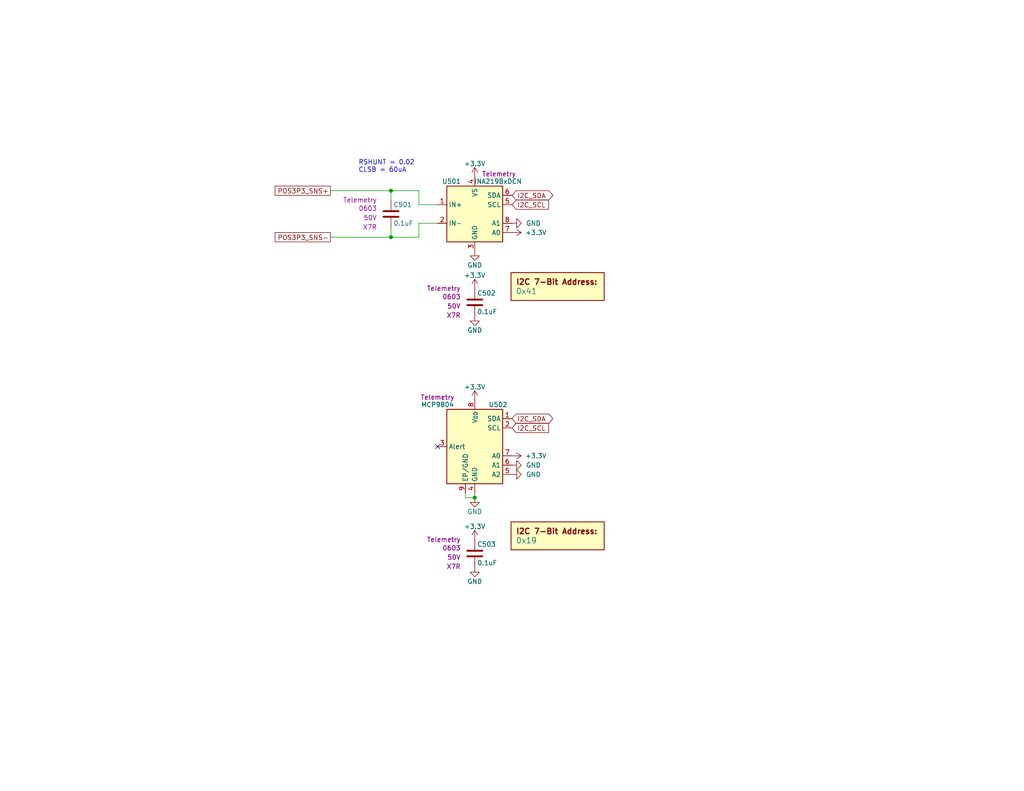
<source format=kicad_sch>
(kicad_sch (version 20230121) (generator eeschema)
  (paper "A")
  (title_block (title "Nixie Clock Redux Core Board") (date "2023-12-25") (rev "B") (company "Drew Maatman"))
  (lib_symbols
    (symbol "Analog_ADC:INA219BxDCN"
      (property "Reference" "U" (at -6.35 8.89 0))
      (property "Value" "Analog_ADC_INA219BxDCN" (at 6.35 8.89 0))
      (symbol "INA219BxDCN_0_1"
        (rectangle (start -7.62 7.62) (end 7.62 -7.62) (stroke (width 0.254)) (fill (type background)))
      )
      (symbol "INA219BxDCN_1_1"
        (pin input line (at -10.16 2.54 0) (length 2.54) (name "IN+") (number "1"))
        (pin input line (at -10.16 -2.54 0) (length 2.54) (name "IN-") (number "2"))
        (pin power_in line (at 0 -10.16 90) (length 2.54) (name "GND") (number "3"))
        (pin power_in line (at 0 10.16 270) (length 2.54) (name "VS") (number "4"))
        (pin input line (at 10.16 2.54 180) (length 2.54) (name "SCL") (number "5"))
        (pin bidirectional line (at 10.16 5.08 180) (length 2.54) (name "SDA") (number "6"))
        (pin input line (at 10.16 -5.08 180) (length 2.54) (name "A0") (number "7"))
        (pin input line (at 10.16 -2.54 180) (length 2.54) (name "A1") (number "8"))
      )
    )
    (symbol "Custom_Library:C_Custom" (pin_numbers hide) (pin_names (offset 0.254))
      (property "Reference" "C" (at 0.635 2.54 0))
      (property "Value" "Custom_Library_C_Custom" (at 0.635 -2.54 0))
      (property "display_footprint" "Foot" (at -3.81 2.54 0))
      (property "Voltage" "V" (at -3.81 0 0))
      (property "Dielectric" "Er" (at -3.81 -2.54 0))
      (symbol "C_Custom_0_1"
        (polyline (pts (xy -2.032 -0.762) (xy 2.032 -0.762)) (stroke (width 0.508)))
        (polyline (pts (xy -2.032 0.762) (xy 2.032 0.762)) (stroke (width 0.508)))
      )
      (symbol "C_Custom_1_1"
        (pin passive line (at 0 3.81 270) (length 2.794) (name "~") (number "1"))
        (pin passive line (at 0 -3.81 90) (length 2.794) (name "~") (number "2"))
      )
    )
    (symbol "Custom_Library:I2C_Address" (pin_names (offset 1.016))
      (property "Value" "Custom_Library_I2C_Address" (at -11.43 0 0))
      (symbol "I2C_Address_0_0"
        (rectangle (start -12.7 5.08) (end 12.7 -2.54) (stroke (width 0.254)) (fill (type background)))
        (text "I2C 7-Bit Address:" (at -11.43 2.54 0) (effects (font (size 1.524 1.524) bold) (justify left)))
      )
    )
    (symbol "Sensor_Temperature:MCP9804_DFN"
      (property "Reference" "U" (at -6.35 11.43 0))
      (property "Value" "MCP9804_DFN" (at 10.16 11.43 0))
      (symbol "MCP9804_DFN_0_1"
        (rectangle (start -7.62 10.16) (end 7.62 -10.16) (stroke (width 0.254)) (fill (type background)))
      )
      (symbol "MCP9804_DFN_1_1"
        (pin bidirectional line (at -10.16 7.62 0) (length 2.54) (name "SDA") (number "1"))
        (pin input line (at -10.16 5.08 0) (length 2.54) (name "SCL") (number "2"))
        (pin output line (at 10.16 0 180) (length 2.54) (name "Alert") (number "3"))
        (pin power_in line (at 0 -12.7 90) (length 2.54) (name "GND") (number "4"))
        (pin input line (at -10.16 -7.62 0) (length 2.54) (name "A2") (number "5"))
        (pin input line (at -10.16 -5.08 0) (length 2.54) (name "A1") (number "6"))
        (pin input line (at -10.16 -2.54 0) (length 2.54) (name "A0") (number "7"))
        (pin power_in line (at 0 12.7 270) (length 2.54) (name "V_{DD}") (number "8"))
        (pin power_in line (at 2.54 -12.7 90) (length 2.54) (name "EP/GND") (number "9"))
      )
    )
    (symbol "power:+3.3V" (power) (pin_names (offset 0))
      (property "Value" "+3.3V" (at 0 3.556 0))
      (symbol "+3.3V_0_1"
        (polyline (pts (xy -0.762 1.27) (xy 0 2.54)))
        (polyline (pts (xy 0 0) (xy 0 2.54)))
        (polyline (pts (xy 0 2.54) (xy 0.762 1.27)))
      )
      (symbol "+3.3V_1_1"
        (pin power_in line (at 0 0 90) (length 0) hide (name "+3.3V") (number "1"))
      )
    )
    (symbol "power:GND" (power) (pin_names (offset 0))
      (property "Value" "GND" (at 0 -3.81 0))
      (symbol "GND_0_1"
        (polyline (pts (xy 0 0) (xy 0 -1.27) (xy 1.27 -1.27) (xy 0 -2.54) (xy -1.27 -1.27) (xy 0 -1.27)))
      )
      (symbol "GND_1_1"
        (pin power_in line (at 0 0 270) (length 0) hide (name "GND") (number "1"))
      )
    )
  )
  (junction (at 106.68 52.07))
  (junction (at 129.54 135.89))
  (junction (at 106.68 64.77))
  (no_connect (at 119.38 121.92))
  (wire (pts (xy 114.3 64.77) (xy 106.68 64.77)))
  (wire (pts (xy 114.3 55.88) (xy 114.3 52.07)))
  (wire (pts (xy 119.38 55.88) (xy 114.3 55.88)))
  (wire (pts (xy 114.3 52.07) (xy 106.68 52.07)))
  (wire (pts (xy 114.3 60.96) (xy 119.38 60.96)))
  (wire (pts (xy 106.68 62.23) (xy 106.68 64.77)))
  (wire (pts (xy 90.17 64.77) (xy 106.68 64.77)))
  (wire (pts (xy 106.68 54.61) (xy 106.68 52.07)))
  (wire (pts (xy 129.54 135.89) (xy 127 135.89)))
  (wire (pts (xy 114.3 60.96) (xy 114.3 64.77)))
  (wire (pts (xy 90.17 52.07) (xy 106.68 52.07)))
  (wire (pts (xy 129.54 135.89) (xy 129.54 134.62)))
  (wire (pts (xy 127 135.89) (xy 127 134.62)))
  (text "RSHUNT = 0.02\nCLSB = 60uA" (at 97.79 47.244 0) (effects (font (size 1.27 1.27)) (justify left bottom)))
  (global_label "POS3P3_SNS-" (shape passive) (at 90.17 64.77 180) (property "Intersheetrefs" "${INTERSHEET_REFS}" (at 74.587 64.77 0) (effects (justify right))))
  (global_label "I2C_SCL" (shape input) (at 139.7 55.88 0) (property "Intersheetrefs" "${INTERSHEET_REFS}" (at 150.1653 55.88 0) (effects (justify left))))
  (global_label "I2C_SCL" (shape input) (at 139.7 116.84 0) (property "Intersheetrefs" "${INTERSHEET_REFS}" (at 150.1653 116.84 0) (effects (justify left))))
  (global_label "I2C_SDA" (shape bidirectional) (at 139.7 53.34 0) (property "Intersheetrefs" "${INTERSHEET_REFS}" (at 151.3371 53.34 0) (effects (justify left))))
  (global_label "POS3P3_SNS+" (shape passive) (at 90.17 52.07 180) (property "Intersheetrefs" "${INTERSHEET_REFS}" (at 74.587 52.07 0) (effects (justify right))))
  (global_label "I2C_SDA" (shape bidirectional) (at 139.7 114.3 0) (property "Intersheetrefs" "${INTERSHEET_REFS}" (at 151.3371 114.3 0) (effects (justify left))))
  (symbol (lib_id "Custom_Library:I2C_Address") (at 152.146 79.502 0) (unit 1)
    (property "Reference" "DOC501" (effects hide))
    (property "Value" "0x41" (at 140.716 79.502 0) (effects (font (size 1.524 1.524)) (justify left)))
    (instances (project "Nixie_Clock_Core" (path "" (reference "DOC501") (unit 1))) (project "LED_Panel_Controller" (path "" (reference "DOC?") (unit 1)) (path "" (reference "DOC?") (unit 1)) (path "" (reference "DOC?") (unit 1)) (path "" (reference "DOC?") (unit 1)) (path "" (reference "DOC?") (unit 1)) (path "" (reference "DOC?") (unit 1))))
  )
  (symbol (lib_id "power:+3.3V") (at 129.54 109.22 0) (mirror y) (unit 1)
    (property "Reference" "#PWR0505" (effects hide))
    (property "Value" "+3.3V" (at 129.54 105.664 0))
    (instances (project "Nixie_Clock_Core" (path "" (reference "#PWR0505") (unit 1))) (project "LED_Panel_Controller" (path "" (reference "#PWR?") (unit 1)) (path "" (reference "#PWR?") (unit 1)) (path "" (reference "#PWR?") (unit 1)) (path "" (reference "#PWR?") (unit 1)) (path "" (reference "#PWR?") (unit 1)) (path "" (reference "#PWR?") (unit 1))))
  )
  (symbol (lib_id "power:GND") (at 139.7 127 90) (mirror x) (unit 1)
    (property "Reference" "#PWR0512" (effects hide))
    (property "Value" "GND" (at 143.51 127 90) (effects (justify right)))
    (instances (project "Nixie_Clock_Core" (path "" (reference "#PWR0512") (unit 1))) (project "LED_Panel_Controller" (path "" (reference "#PWR?") (unit 1)) (path "" (reference "#PWR?") (unit 1)) (path "" (reference "#PWR?") (unit 1)) (path "" (reference "#PWR?") (unit 1)) (path "" (reference "#PWR?") (unit 1)) (path "" (reference "#PWR?") (unit 1)) (path "" (reference "#PWR?") (unit 1))))
  )
  (symbol (lib_id "power:GND") (at 139.7 60.96 90) (mirror x) (unit 1)
    (property "Reference" "#PWR0509" (effects hide))
    (property "Value" "GND" (at 143.51 60.96 90) (effects (justify right)))
    (instances (project "Nixie_Clock_Core" (path "" (reference "#PWR0509") (unit 1))) (project "LED_Panel_Controller" (path "" (reference "#PWR?") (unit 1)) (path "" (reference "#PWR?") (unit 1)) (path "" (reference "#PWR?") (unit 1)) (path "" (reference "#PWR?") (unit 1)) (path "" (reference "#PWR?") (unit 1)) (path "" (reference "#PWR?") (unit 1)) (path "" (reference "#PWR?") (unit 1))))
  )
  (symbol (lib_id "Sensor_Temperature:MCP9804_DFN") (at 129.54 121.92 0) (mirror y) (unit 1)
    (property "Reference" "U502" (at 135.89 110.49 0))
    (property "Value" "MCP9804" (at 119.38 110.49 0))
    (property "Footprint" "Package_DFN_QFN:DFN-8-1EP_3x2mm_P0.5mm_EP1.3x1.5mm" (effects hide))
    (property "Datasheet" "http://ww1.microchip.com/downloads/en/DeviceDoc/22203b.pdf" (effects hide))
    (property "Digi-Key PN" "MCP9804T-E/MCCT-ND" (effects hide))
    (property "Configuration" "Telemetry" (at 119.38 108.458 0))
    (instances (project "Nixie_Clock_Core" (path "" (reference "U502") (unit 1))) (project "LED_Panel_Controller" (path "" (reference "U?") (unit 1)) (path "" (reference "U?") (unit 1)) (path "" (reference "U?") (unit 1)) (path "" (reference "U?") (unit 1)) (path "" (reference "U?") (unit 1)) (path "" (reference "U?") (unit 1)) (path "" (reference "U?") (unit 1))))
  )
  (symbol (lib_id "power:GND") (at 129.54 135.89 0) (mirror y) (unit 1)
    (property "Reference" "#PWR0506" (effects hide))
    (property "Value" "GND" (at 129.54 139.7 0))
    (instances (project "Nixie_Clock_Core" (path "" (reference "#PWR0506") (unit 1))) (project "LED_Panel_Controller" (path "" (reference "#PWR?") (unit 1)) (path "" (reference "#PWR?") (unit 1)) (path "" (reference "#PWR?") (unit 1)) (path "" (reference "#PWR?") (unit 1)) (path "" (reference "#PWR?") (unit 1)) (path "" (reference "#PWR?") (unit 1)) (path "" (reference "#PWR?") (unit 1))))
  )
  (symbol (lib_id "power:GND") (at 129.54 154.94 0) (unit 1)
    (property "Reference" "#PWR0508" (effects hide))
    (property "Value" "GND" (at 129.54 158.75 0))
    (instances (project "Nixie_Clock_Core" (path "" (reference "#PWR0508") (unit 1))) (project "LED_Panel_Controller" (path "" (reference "#PWR?") (unit 1)) (path "" (reference "#PWR?") (unit 1)) (path "" (reference "#PWR?") (unit 1)) (path "" (reference "#PWR?") (unit 1)) (path "" (reference "#PWR?") (unit 1)) (path "" (reference "#PWR?") (unit 1))))
  )
  (symbol (lib_id "Custom_Library:C_Custom") (at 129.54 151.13 0) (unit 1)
    (property "Reference" "C503" (at 130.175 148.59 0) (effects (justify left)))
    (property "Value" "0.1uF" (at 130.175 153.67 0) (effects (justify left)))
    (property "Footprint" "Capacitors_SMD:C_0603" (effects hide))
    (property "display_footprint" "0603" (at 125.73 149.606 0) (effects (justify right)))
    (property "Voltage" "50V" (at 125.73 152.146 0) (effects (justify right)))
    (property "Dielectric" "X7R" (at 125.73 154.686 0) (effects (justify right)))
    (property "Configuration" "Telemetry" (at 125.73 147.32 0) (effects (justify right)))
    (property "Digi-Key PN" "1276-1935-1-ND" (effects hide))
    (instances (project "Nixie_Clock_Core" (path "" (reference "C503") (unit 1))) (project "LED_Panel_Controller" (path "" (reference "C?") (unit 1)) (path "" (reference "C?") (unit 1)) (path "" (reference "C?") (unit 1)) (path "" (reference "C?") (unit 1)) (path "" (reference "C?") (unit 1)) (path "" (reference "C?") (unit 1)) (path "" (reference "C?") (unit 1))))
  )
  (symbol (lib_id "power:+3.3V") (at 129.54 48.26 0) (unit 1)
    (property "Reference" "#PWR0501" (effects hide))
    (property "Value" "+3.3V" (at 129.54 44.704 0))
    (instances (project "Nixie_Clock_Core" (path "" (reference "#PWR0501") (unit 1))) (project "LED_Panel_Controller" (path "" (reference "#PWR?") (unit 1)) (path "" (reference "#PWR?") (unit 1)) (path "" (reference "#PWR?") (unit 1)) (path "" (reference "#PWR?") (unit 1)) (path "" (reference "#PWR?") (unit 1)) (path "" (reference "#PWR?") (unit 1))))
  )
  (symbol (lib_id "power:GND") (at 139.7 129.54 90) (mirror x) (unit 1)
    (property "Reference" "#PWR0513" (effects hide))
    (property "Value" "GND" (at 143.51 129.54 90) (effects (justify right)))
    (instances (project "Nixie_Clock_Core" (path "" (reference "#PWR0513") (unit 1))) (project "LED_Panel_Controller" (path "" (reference "#PWR?") (unit 1)) (path "" (reference "#PWR?") (unit 1)) (path "" (reference "#PWR?") (unit 1)) (path "" (reference "#PWR?") (unit 1)) (path "" (reference "#PWR?") (unit 1)) (path "" (reference "#PWR?") (unit 1)) (path "" (reference "#PWR?") (unit 1))))
  )
  (symbol (lib_id "Custom_Library:I2C_Address") (at 152.146 147.574 0) (unit 1)
    (property "Reference" "DOC502" (effects hide))
    (property "Value" "0x19" (at 140.716 147.574 0) (effects (font (size 1.524 1.524)) (justify left)))
    (instances (project "Nixie_Clock_Core" (path "" (reference "DOC502") (unit 1))) (project "LED_Panel_Controller" (path "" (reference "DOC?") (unit 1)) (path "" (reference "DOC?") (unit 1)) (path "" (reference "DOC?") (unit 1)) (path "" (reference "DOC?") (unit 1)) (path "" (reference "DOC?") (unit 1)) (path "" (reference "DOC?") (unit 1))))
  )
  (symbol (lib_id "power:GND") (at 129.54 86.36 0) (unit 1)
    (property "Reference" "#PWR0504" (effects hide))
    (property "Value" "GND" (at 129.54 90.17 0))
    (instances (project "Nixie_Clock_Core" (path "" (reference "#PWR0504") (unit 1))) (project "LED_Panel_Controller" (path "" (reference "#PWR?") (unit 1)) (path "" (reference "#PWR?") (unit 1)) (path "" (reference "#PWR?") (unit 1)) (path "" (reference "#PWR?") (unit 1)) (path "" (reference "#PWR?") (unit 1)) (path "" (reference "#PWR?") (unit 1))))
  )
  (symbol (lib_id "Custom_Library:C_Custom") (at 129.54 82.55 0) (unit 1)
    (property "Reference" "C502" (at 130.175 80.01 0) (effects (justify left)))
    (property "Value" "0.1uF" (at 130.175 85.09 0) (effects (justify left)))
    (property "Footprint" "Capacitors_SMD:C_0603" (effects hide))
    (property "display_footprint" "0603" (at 125.73 81.026 0) (effects (justify right)))
    (property "Voltage" "50V" (at 125.73 83.566 0) (effects (justify right)))
    (property "Dielectric" "X7R" (at 125.73 86.106 0) (effects (justify right)))
    (property "Configuration" "Telemetry" (at 125.73 78.74 0) (effects (justify right)))
    (property "Digi-Key PN" "1276-1935-1-ND" (effects hide))
    (instances (project "Nixie_Clock_Core" (path "" (reference "C502") (unit 1))) (project "LED_Panel_Controller" (path "" (reference "C?") (unit 1)) (path "" (reference "C?") (unit 1)) (path "" (reference "C?") (unit 1)) (path "" (reference "C?") (unit 1)) (path "" (reference "C?") (unit 1)) (path "" (reference "C?") (unit 1)) (path "" (reference "C?") (unit 1))))
  )
  (symbol (lib_id "power:+3.3V") (at 139.7 124.46 270) (mirror x) (unit 1)
    (property "Reference" "#PWR0511" (effects hide))
    (property "Value" "+3.3V" (at 143.256 124.46 90) (effects (justify left)))
    (instances (project "Nixie_Clock_Core" (path "" (reference "#PWR0511") (unit 1))) (project "LED_Panel_Controller" (path "" (reference "#PWR?") (unit 1)) (path "" (reference "#PWR?") (unit 1)) (path "" (reference "#PWR?") (unit 1)) (path "" (reference "#PWR?") (unit 1)) (path "" (reference "#PWR?") (unit 1)) (path "" (reference "#PWR?") (unit 1))))
  )
  (symbol (lib_id "Analog_ADC:INA219BxDCN") (at 129.54 58.42 0) (unit 1)
    (property "Reference" "U501" (at 123.19 49.53 0))
    (property "Value" "INA219BxDCN" (at 135.89 49.53 0))
    (property "Footprint" "Package_TO_SOT_SMD:SOT-23-8" (effects hide))
    (property "Datasheet" "http://www.ti.com/lit/ds/symlink/ina219.pdf" (effects hide))
    (property "Digi-Key PN" "296-46420-1-ND" (effects hide))
    (property "Configuration" "Telemetry" (at 136.144 47.498 0))
    (instances (project "Nixie_Clock_Core" (path "" (reference "U501") (unit 1))) (project "LED_Panel_Controller" (path "" (reference "U?") (unit 1))))
  )
  (symbol (lib_id "Custom_Library:C_Custom") (at 106.68 58.42 0) (unit 1)
    (property "Reference" "C501" (at 107.315 55.88 0) (effects (justify left)))
    (property "Value" "0.1uF" (at 107.315 60.96 0) (effects (justify left)))
    (property "Footprint" "Capacitors_SMD:C_0603" (effects hide))
    (property "display_footprint" "0603" (at 102.87 56.896 0) (effects (justify right)))
    (property "Voltage" "50V" (at 102.87 59.436 0) (effects (justify right)))
    (property "Dielectric" "X7R" (at 102.87 61.976 0) (effects (justify right)))
    (property "Configuration" "Telemetry" (at 102.87 54.61 0) (effects (justify right)))
    (property "Digi-Key PN" "1276-1935-1-ND" (effects hide))
    (instances (project "Nixie_Clock_Core" (path "" (reference "C501") (unit 1))) (project "LED_Panel_Controller" (path "" (reference "C?") (unit 1)) (path "" (reference "C?") (unit 1)) (path "" (reference "C?") (unit 1)) (path "" (reference "C?") (unit 1)) (path "" (reference "C?") (unit 1)) (path "" (reference "C?") (unit 1)) (path "" (reference "C?") (unit 1))))
  )
  (symbol (lib_id "power:+3.3V") (at 129.54 147.32 0) (unit 1)
    (property "Reference" "#PWR0507" (effects hide))
    (property "Value" "+3.3V" (at 129.54 143.764 0))
    (instances (project "Nixie_Clock_Core" (path "" (reference "#PWR0507") (unit 1))) (project "LED_Panel_Controller" (path "" (reference "#PWR?") (unit 1)) (path "" (reference "#PWR?") (unit 1)) (path "" (reference "#PWR?") (unit 1)) (path "" (reference "#PWR?") (unit 1)) (path "" (reference "#PWR?") (unit 1)) (path "" (reference "#PWR?") (unit 1))))
  )
  (symbol (lib_id "power:GND") (at 129.54 68.58 0) (unit 1)
    (property "Reference" "#PWR0502" (effects hide))
    (property "Value" "GND" (at 129.54 72.39 0))
    (instances (project "Nixie_Clock_Core" (path "" (reference "#PWR0502") (unit 1))) (project "LED_Panel_Controller" (path "" (reference "#PWR?") (unit 1)) (path "" (reference "#PWR?") (unit 1)) (path "" (reference "#PWR?") (unit 1)) (path "" (reference "#PWR?") (unit 1)) (path "" (reference "#PWR?") (unit 1)) (path "" (reference "#PWR?") (unit 1))))
  )
  (symbol (lib_id "power:+3.3V") (at 129.54 78.74 0) (unit 1)
    (property "Reference" "#PWR0503" (effects hide))
    (property "Value" "+3.3V" (at 129.54 75.184 0))
    (instances (project "Nixie_Clock_Core" (path "" (reference "#PWR0503") (unit 1))) (project "LED_Panel_Controller" (path "" (reference "#PWR?") (unit 1)) (path "" (reference "#PWR?") (unit 1)) (path "" (reference "#PWR?") (unit 1)) (path "" (reference "#PWR?") (unit 1)) (path "" (reference "#PWR?") (unit 1)) (path "" (reference "#PWR?") (unit 1))))
  )
  (symbol (lib_id "power:+3.3V") (at 139.7 63.5 270) (unit 1)
    (property "Reference" "#PWR0510" (effects hide))
    (property "Value" "+3.3V" (at 143.256 63.5 90) (effects (justify left)))
    (instances (project "Nixie_Clock_Core" (path "" (reference "#PWR0510") (unit 1))) (project "LED_Panel_Controller" (path "" (reference "#PWR?") (unit 1)) (path "" (reference "#PWR?") (unit 1)) (path "" (reference "#PWR?") (unit 1)) (path "" (reference "#PWR?") (unit 1)) (path "" (reference "#PWR?") (unit 1)) (path "" (reference "#PWR?") (unit 1))))
  )
)
</source>
